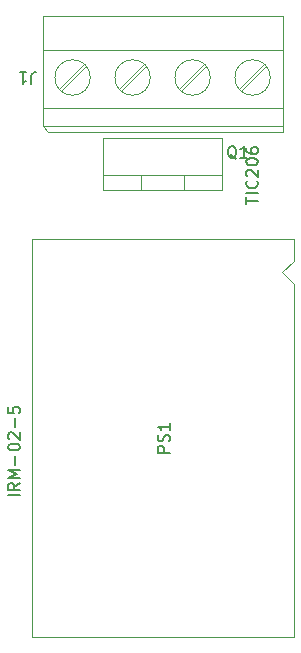
<source format=gbr>
G04 #@! TF.GenerationSoftware,KiCad,Pcbnew,5.1.5-52549c5~86~ubuntu18.04.1*
G04 #@! TF.CreationDate,2020-03-29T17:49:00+00:00*
G04 #@! TF.ProjectId,PWR,5057522e-6b69-4636-9164-5f7063625858,rev?*
G04 #@! TF.SameCoordinates,Original*
G04 #@! TF.FileFunction,Other,Fab,Top*
%FSLAX46Y46*%
G04 Gerber Fmt 4.6, Leading zero omitted, Abs format (unit mm)*
G04 Created by KiCad (PCBNEW 5.1.5-52549c5~86~ubuntu18.04.1) date 2020-03-29 17:49:00*
%MOMM*%
%LPD*%
G04 APERTURE LIST*
%ADD10C,0.100000*%
%ADD11C,0.150000*%
G04 APERTURE END LIST*
D10*
X150820000Y-98155000D02*
X149820000Y-97155000D01*
X149820000Y-97155000D02*
X150820000Y-96155000D01*
X150820000Y-96155000D02*
X150820000Y-94305000D01*
X150820000Y-98155000D02*
X150820000Y-128005000D01*
X128620000Y-94305000D02*
X150820000Y-94305000D01*
X128620000Y-128005000D02*
X150820000Y-128005000D01*
X128620000Y-94305000D02*
X128620000Y-128005000D01*
X137850000Y-90145000D02*
X137850000Y-88875000D01*
X141550000Y-90145000D02*
X141550000Y-88875000D01*
X144700000Y-88875000D02*
X134700000Y-88875000D01*
X134700000Y-90145000D02*
X144700000Y-90145000D01*
X134700000Y-85745000D02*
X134700000Y-90145000D01*
X144700000Y-85745000D02*
X134700000Y-85745000D01*
X144700000Y-90145000D02*
X144700000Y-85745000D01*
X148275000Y-79507000D02*
X146183000Y-81600000D01*
X148458000Y-79690000D02*
X146366000Y-81783000D01*
X143195000Y-79507000D02*
X141103000Y-81600000D01*
X143378000Y-79690000D02*
X141286000Y-81783000D01*
X138115000Y-79507000D02*
X136023000Y-81600000D01*
X138298000Y-79690000D02*
X136206000Y-81783000D01*
X133035000Y-79507000D02*
X130942000Y-81600000D01*
X133218000Y-79690000D02*
X131125000Y-81783000D01*
X129540000Y-78345000D02*
X149860000Y-78345000D01*
X129540000Y-83245000D02*
X149860000Y-83245000D01*
X129540000Y-84745000D02*
X149860000Y-84745000D01*
X129540000Y-84745000D02*
X129540000Y-75445000D01*
X130040000Y-85245000D02*
X129540000Y-84745000D01*
X149860000Y-85245000D02*
X130040000Y-85245000D01*
X149860000Y-75445000D02*
X149860000Y-85245000D01*
X129540000Y-75445000D02*
X149860000Y-75445000D01*
X148820000Y-80645000D02*
G75*
G03X148820000Y-80645000I-1500000J0D01*
G01*
X143740000Y-80645000D02*
G75*
G03X143740000Y-80645000I-1500000J0D01*
G01*
X138660000Y-80645000D02*
G75*
G03X138660000Y-80645000I-1500000J0D01*
G01*
X133580000Y-80645000D02*
G75*
G03X133580000Y-80645000I-1500000J0D01*
G01*
D11*
X127622380Y-116033095D02*
X126622380Y-116033095D01*
X127622380Y-114985476D02*
X127146190Y-115318809D01*
X127622380Y-115556904D02*
X126622380Y-115556904D01*
X126622380Y-115175952D01*
X126670000Y-115080714D01*
X126717619Y-115033095D01*
X126812857Y-114985476D01*
X126955714Y-114985476D01*
X127050952Y-115033095D01*
X127098571Y-115080714D01*
X127146190Y-115175952D01*
X127146190Y-115556904D01*
X127622380Y-114556904D02*
X126622380Y-114556904D01*
X127336666Y-114223571D01*
X126622380Y-113890238D01*
X127622380Y-113890238D01*
X127241428Y-113414047D02*
X127241428Y-112652142D01*
X126622380Y-111985476D02*
X126622380Y-111890238D01*
X126670000Y-111795000D01*
X126717619Y-111747380D01*
X126812857Y-111699761D01*
X127003333Y-111652142D01*
X127241428Y-111652142D01*
X127431904Y-111699761D01*
X127527142Y-111747380D01*
X127574761Y-111795000D01*
X127622380Y-111890238D01*
X127622380Y-111985476D01*
X127574761Y-112080714D01*
X127527142Y-112128333D01*
X127431904Y-112175952D01*
X127241428Y-112223571D01*
X127003333Y-112223571D01*
X126812857Y-112175952D01*
X126717619Y-112128333D01*
X126670000Y-112080714D01*
X126622380Y-111985476D01*
X126717619Y-111271190D02*
X126670000Y-111223571D01*
X126622380Y-111128333D01*
X126622380Y-110890238D01*
X126670000Y-110795000D01*
X126717619Y-110747380D01*
X126812857Y-110699761D01*
X126908095Y-110699761D01*
X127050952Y-110747380D01*
X127622380Y-111318809D01*
X127622380Y-110699761D01*
X127241428Y-110271190D02*
X127241428Y-109509285D01*
X126622380Y-108556904D02*
X126622380Y-109033095D01*
X127098571Y-109080714D01*
X127050952Y-109033095D01*
X127003333Y-108937857D01*
X127003333Y-108699761D01*
X127050952Y-108604523D01*
X127098571Y-108556904D01*
X127193809Y-108509285D01*
X127431904Y-108509285D01*
X127527142Y-108556904D01*
X127574761Y-108604523D01*
X127622380Y-108699761D01*
X127622380Y-108937857D01*
X127574761Y-109033095D01*
X127527142Y-109080714D01*
X140302380Y-112399285D02*
X139302380Y-112399285D01*
X139302380Y-112018333D01*
X139350000Y-111923095D01*
X139397619Y-111875476D01*
X139492857Y-111827857D01*
X139635714Y-111827857D01*
X139730952Y-111875476D01*
X139778571Y-111923095D01*
X139826190Y-112018333D01*
X139826190Y-112399285D01*
X140254761Y-111446904D02*
X140302380Y-111304047D01*
X140302380Y-111065952D01*
X140254761Y-110970714D01*
X140207142Y-110923095D01*
X140111904Y-110875476D01*
X140016666Y-110875476D01*
X139921428Y-110923095D01*
X139873809Y-110970714D01*
X139826190Y-111065952D01*
X139778571Y-111256428D01*
X139730952Y-111351666D01*
X139683333Y-111399285D01*
X139588095Y-111446904D01*
X139492857Y-111446904D01*
X139397619Y-111399285D01*
X139350000Y-111351666D01*
X139302380Y-111256428D01*
X139302380Y-111018333D01*
X139350000Y-110875476D01*
X140302380Y-109923095D02*
X140302380Y-110494523D01*
X140302380Y-110208809D02*
X139302380Y-110208809D01*
X139445238Y-110304047D01*
X139540476Y-110399285D01*
X139588095Y-110494523D01*
X146772380Y-91352380D02*
X146772380Y-90780952D01*
X147772380Y-91066666D02*
X146772380Y-91066666D01*
X147772380Y-90447619D02*
X146772380Y-90447619D01*
X147677142Y-89400000D02*
X147724761Y-89447619D01*
X147772380Y-89590476D01*
X147772380Y-89685714D01*
X147724761Y-89828571D01*
X147629523Y-89923809D01*
X147534285Y-89971428D01*
X147343809Y-90019047D01*
X147200952Y-90019047D01*
X147010476Y-89971428D01*
X146915238Y-89923809D01*
X146820000Y-89828571D01*
X146772380Y-89685714D01*
X146772380Y-89590476D01*
X146820000Y-89447619D01*
X146867619Y-89400000D01*
X146867619Y-89019047D02*
X146820000Y-88971428D01*
X146772380Y-88876190D01*
X146772380Y-88638095D01*
X146820000Y-88542857D01*
X146867619Y-88495238D01*
X146962857Y-88447619D01*
X147058095Y-88447619D01*
X147200952Y-88495238D01*
X147772380Y-89066666D01*
X147772380Y-88447619D01*
X146772380Y-87828571D02*
X146772380Y-87733333D01*
X146820000Y-87638095D01*
X146867619Y-87590476D01*
X146962857Y-87542857D01*
X147153333Y-87495238D01*
X147391428Y-87495238D01*
X147581904Y-87542857D01*
X147677142Y-87590476D01*
X147724761Y-87638095D01*
X147772380Y-87733333D01*
X147772380Y-87828571D01*
X147724761Y-87923809D01*
X147677142Y-87971428D01*
X147581904Y-88019047D01*
X147391428Y-88066666D01*
X147153333Y-88066666D01*
X146962857Y-88019047D01*
X146867619Y-87971428D01*
X146820000Y-87923809D01*
X146772380Y-87828571D01*
X146772380Y-86638095D02*
X146772380Y-86828571D01*
X146820000Y-86923809D01*
X146867619Y-86971428D01*
X147010476Y-87066666D01*
X147200952Y-87114285D01*
X147581904Y-87114285D01*
X147677142Y-87066666D01*
X147724761Y-87019047D01*
X147772380Y-86923809D01*
X147772380Y-86733333D01*
X147724761Y-86638095D01*
X147677142Y-86590476D01*
X147581904Y-86542857D01*
X147343809Y-86542857D01*
X147248571Y-86590476D01*
X147200952Y-86638095D01*
X147153333Y-86733333D01*
X147153333Y-86923809D01*
X147200952Y-87019047D01*
X147248571Y-87066666D01*
X147343809Y-87114285D01*
X145954761Y-87542619D02*
X145859523Y-87495000D01*
X145764285Y-87399761D01*
X145621428Y-87256904D01*
X145526190Y-87209285D01*
X145430952Y-87209285D01*
X145478571Y-87447380D02*
X145383333Y-87399761D01*
X145288095Y-87304523D01*
X145240476Y-87114047D01*
X145240476Y-86780714D01*
X145288095Y-86590238D01*
X145383333Y-86495000D01*
X145478571Y-86447380D01*
X145669047Y-86447380D01*
X145764285Y-86495000D01*
X145859523Y-86590238D01*
X145907142Y-86780714D01*
X145907142Y-87114047D01*
X145859523Y-87304523D01*
X145764285Y-87399761D01*
X145669047Y-87447380D01*
X145478571Y-87447380D01*
X146859523Y-87447380D02*
X146288095Y-87447380D01*
X146573809Y-87447380D02*
X146573809Y-86447380D01*
X146478571Y-86590238D01*
X146383333Y-86685476D01*
X146288095Y-86733095D01*
X128603333Y-81192619D02*
X128603333Y-80478333D01*
X128650952Y-80335476D01*
X128746190Y-80240238D01*
X128889047Y-80192619D01*
X128984285Y-80192619D01*
X127603333Y-80192619D02*
X128174761Y-80192619D01*
X127889047Y-80192619D02*
X127889047Y-81192619D01*
X127984285Y-81049761D01*
X128079523Y-80954523D01*
X128174761Y-80906904D01*
M02*

</source>
